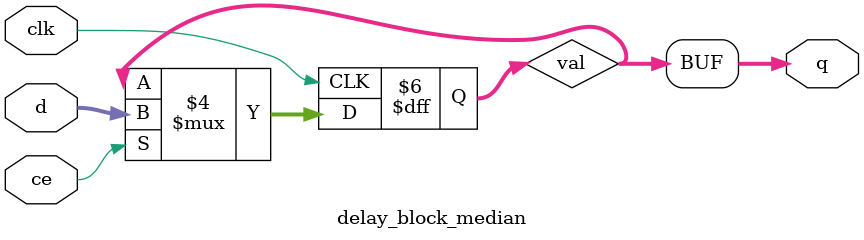
<source format=v>
`timescale 1ns / 1ps


module delay_block_median
#(
    parameter N = 4
)
(
    input clk,
    input ce,
    input [N-1:0] d,
    output [N-1:0] q
);

reg [N-1:0]val=1'b0;

always @(posedge clk)
begin
    if(ce) val<=d;
    else val<=val;
end

assign q=val;
endmodule

</source>
